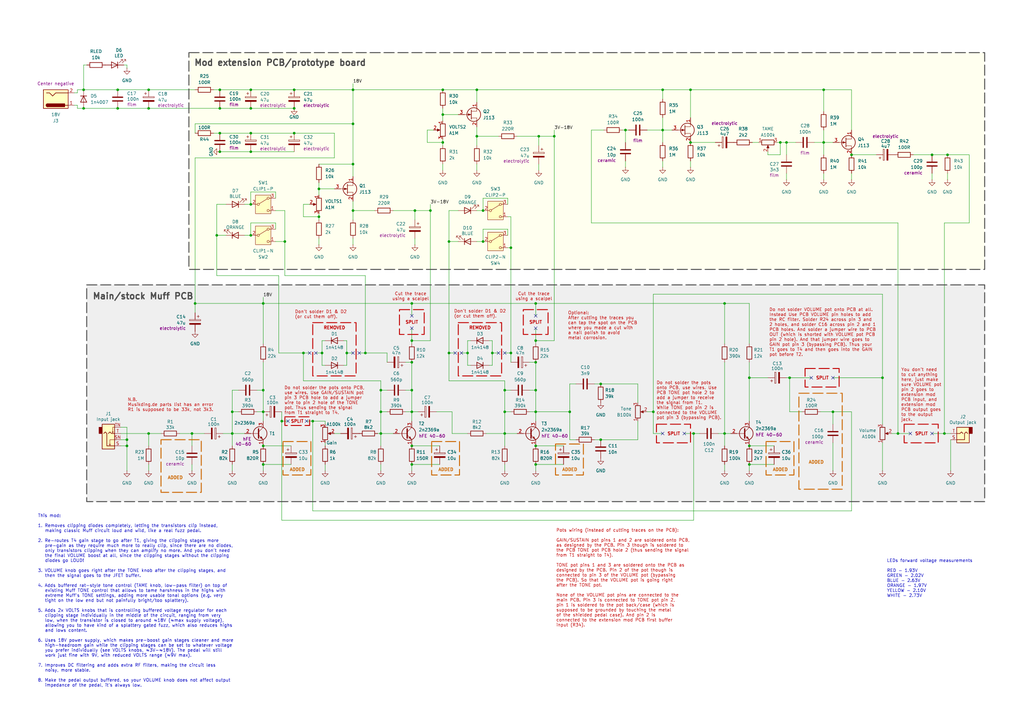
<source format=kicad_sch>
(kicad_sch (version 20250114) (generator "eeschema") (generator_version "9.0")
  (paper "A3")
  (title_block (title "Wenzel’s Real Fuzz mod for classic Muff circuit") (date "February 2026") (rev "r2-wip-1") (comment 1 "https://www.musikding.de/Der-Muff-Triangle-Distortion-kit") (comment 2 "Main Muff schematic is based on Musikding.de Muff DIY kit layout.") (comment 3 "but you can use whatever Muff variant you prefer.") (comment 4 "In the schematic stock parts for Muff circuit are the TRIANGLE one"))
  (rectangle (start 269.24 173.99) (end 283.21 181.61) (stroke (width 0.381) (type dash) (color 194 0 0 1)))
  (rectangle (start 35.56 116.84) (end 403.86 205.74) (stroke (width 0.381) (type dash) (color 72 72 72 1)) (fill (type color) (color 194 194 194 0.25)))
  (rectangle (start 128.27 132.334) (end 146.05 154.178) (stroke (width 0.381) (type dash) (color 194 0 0 1)))
  (rectangle (start 163.83 127) (end 173.99 137.16) (stroke (width 0.381) (type dash) (color 194 0 0 1)))
  (rectangle (start 327.66 161.29) (end 345.44 200.66) (stroke (width 0.381) (type dash) (color 204 102 0 1)))
  (rectangle (start 330.2 151.13) (end 344.17 158.75) (stroke (width 0.381) (type dash) (color 194 0 0 1)))
  (rectangle (start 66.04 180.34) (end 82.55 201.93) (stroke (width 0.381) (type dash) (color 204 102 0 1)))
  (rectangle (start 116.078 181.102) (end 127.508 194.818) (stroke (width 0.381) (type dash) (color 204 102 0 1)))
  (rectangle (start 116.84 170.942) (end 127 174.498) (stroke (width 0.381) (type dash) (color 194 0 0 1)))
  (rectangle (start 227.838 182.118) (end 239.268 194.818) (stroke (width 0.381) (type dash) (color 204 102 0 1)))
  (rectangle (start 77.47 21.59) (end 403.86 110.49) (stroke (width 0.381) (type dash) (color 72 72 72 1)) (fill (type color) (color 255 255 194 0.25)))
  (rectangle (start 214.63 127) (end 224.79 137.16) (stroke (width 0.381) (type dash) (color 194 0 0 1)))
  (rectangle (start 187.96 132.334) (end 205.74 154.178) (stroke (width 0.381) (type dash) (color 194 0 0 1)))
  (rectangle (start 314.198 181.102) (end 325.628 194.818) (stroke (width 0.381) (type dash) (color 204 102 0 1)))
  (rectangle (start 370.84 173.99) (end 384.81 181.61) (stroke (width 0.381) (type dash) (color 194 0 0 1)))
  (rectangle (start 177.038 181.102) (end 188.468 194.818) (stroke (width 0.381) (type dash) (color 204 102 0 1)))
  (text "SPLIT" (at 121.92 172.974 0) (effects (font (size 1.27 1.27) (thickness 0.254) (bold yes))))
  (text "SPLIT" (at 377.952 178.054 0) (effects (font (size 1.27 1.27) (thickness 0.254) (bold yes))))
  (text "Cut the trace\nusing a scalpel" (at 168.402 123.444 0) (effects (font (size 1.27 1.27)) (justify bottom)))
  (text "Don’t solder D1 & D2\n(or cut them off)." (at 120.904 130.81 0) (effects (font (size 1.27 1.27)) (justify left bottom)))
  (text "SPLIT" (at 337.312 155.194 0) (effects (font (size 1.27 1.27) (thickness 0.254) (bold yes))))
  (text "Do not solder the pots\nonto PCB, use wires. Use\nPCB TONE pot hole 2 to\nadd a jumper to receive\nthe signal from T1. \nWhile TONE pot pin 2 is\nconnected to the VOLUME\npot pin 3 (bypassing PCB)." (at 269.24 172.212 0) (effects (font (size 1.27 1.27)) (justify left bottom)))
  (text "ADDED" (at 320.04 192.786 0) (effects (font (size 1.27 1.27) (thickness 0.254) (bold yes))))
  (text "ADDED" (at 121.92 192.786 0) (effects (font (size 1.27 1.27) (thickness 0.254) (bold yes))))
  (text "SPLIT" (at 276.352 178.054 0) (effects (font (size 1.27 1.27) (thickness 0.254) (bold yes))))
  (text "ADDED" (at 71.882 196.088 0) (effects (font (size 1.27 1.27) (thickness 0.254) (bold yes))))
  (text "REMOVED" (at 196.85 134.62 0) (effects (font (size 1.27 1.27) (thickness 0.254) (bold yes))))
  (text "SPLIT" (at 219.71 132.334 0) (effects (font (size 1.27 1.27) (thickness 0.254) (bold yes))))
  (text "This mod:\n\n1. Removes clipping diodes completely, letting the transistors clip instead,\n   making classic Muff circuit loud and wild, like a real fuzz pedal.\n\n2. Re-routes T4 gain stage to go after T1, giving the clipping stages more\n   pre-gain as they require much more to really clip, since there are no diodes,\n   only transistors clipping when they can amplify no more. And you don't need\n   the final VOLUME boost at all, since the clipping stages without the clipping\n   diodes go LOUD!\n\n3. VOLUME knob goes right after the TONE knob after the clipping stages, and\n   then the signal goes to the JFET buffer.\n\n4. Adds buffered rat-style tone control (TAME knob, low-pass filter) on top of\n   existing Muff TONE control that allows to tame harshness in the highs with\n   extreme Muff's TONE settings, adding more usable tonal options (e.g. very\n   tight on the low end but not painfully bright/too splattery).\n\n5. Adds 2x VOLTS knobs that is controlling buffered voltage regulator for each\n   clipping stage individually in the middle of the circuit, ranging from very\n   low, when the transistor is closed to around ≈18V (≈max supply voltage),\n   allowing you to have kind of a splattery gated fuzz, which also reduces highs\n   and lows content.\n\n6. Uses 18V power supply, which makes pre-boost gain stages cleaner and more\n   high-headroom gain while the clipping stages can be set to whatever voltage\n   you prefer individually (see VOLTS knobs, ≈3V-≈18V). The pedal will still\n   work just fine with 9V, with reduced VOLTS range (≈9V max).\n\n7. Improves DC filtering and adds extra RF filters, making the circuit less\n   noisy, more stable.\n\n8. Make the pedal output buffered, so your VOLUME knob does not affect output\n   impedance of the pedal, it's always low." (at 15.494 281.94 0) (effects (font (size 1.27 1.27)) (justify left bottom)))
  (text "ADDED" (at 233.68 192.786 0) (effects (font (size 1.27 1.27) (thickness 0.254) (bold yes))))
  (text "REMOVED" (at 137.16 134.62 0) (effects (font (size 1.27 1.27) (thickness 0.254) (bold yes))))
  (text "N.B.\nMusikding.de parts list has an error\nR1 is supposed to be 33k, not 3k3." (at 52.324 168.91 0) (effects (font (size 1.27 1.27)) (justify left bottom)))
  (text "ADDED" (at 334.772 189.738 0) (effects (font (size 1.27 1.27) (thickness 0.254) (bold yes))))
  (text "SPLIT" (at 168.91 132.334 0) (effects (font (size 1.27 1.27) (thickness 0.254) (bold yes))))
  (text "Cut the trace\nusing a scalpel" (at 218.948 123.444 0) (effects (font (size 1.27 1.27)) (justify bottom)))
  (text "Do not solder the pots onto PCB,\nuse wires. Use GAIN/SUSTAIN pot\npin 3 PCB hole to add a jumper\nwire to pin 2 hole of the TONE\npot. Thus sending the signal\nfrom T1 straight to T4." (at 116.586 170.18 0) (effects (font (size 1.27 1.27)) (justify left bottom)))
  (text "Do not solder VOLUME pot onto PCB at all.\nInstead Use PCB VOLUME pin holes to add\nthe RC filter. Solder R24 across pin 3 and\n2 holes, and solder C16 across pin 2 and 1\nPCB holes. And solder a jumper wire to PCB\nOUT (which is shorted with VOLUME pot PCB\npin 2 hole). And that jumper wire goes to\nGAIN pot pin 3 (bypassing PCB). Thus your\nT1 goes to T4 and then goes into the GAIN\npot before T2." (at 315.468 146.304 0) (effects (font (size 1.27 1.27)) (justify left bottom)))
  (text "Don’t solder D1 & D2\n(or cut them off)." (at 186.182 130.556 0) (effects (font (size 1.27 1.27)) (justify left bottom)))
  (text "Main/stock Muff PCB" (at 58.674 121.666 0) (effects (font (size 2.54 2.54) (thickness 0.508) (bold yes))))
  (text "You don’t need\nto cut anything\nhere, just make\nsure VOLUME pot\npin 2 goes to\nextension mod\nPCB input, and\nextension mod\nPCB output goes\nto the output\njack." (at 369.57 172.974 0) (effects (font (size 1.27 1.27)) (justify left bottom)))
  (text "ADDED" (at 182.88 192.786 0) (effects (font (size 1.27 1.27) (thickness 0.254) (bold yes))))
  (text "LEDs forward voltage measurements\n\nRED - 1.93V\nGREEN - 2.02V\nBLUE - 2.63V\nORANGE - 1.97V\nYELLOW - 2.10V\nWHITE - 2.73V" (at 363.728 229.362 0) (effects (font (size 1.27 1.27)) (justify left top)))
  (text "Optional:\nAfter cutting the traces you\ncan tap the spot on the PCB\nwhere you made a cut with\na nail polish to avoid\nmetal corrosion." (at 232.918 139.446 0) (effects (font (size 1.27 1.27)) (justify left bottom)))
  (text "Pots wiring (instead of cutting traces on the PCB):\n\nGAIN/SUSTAIN pot pins 1 and 2 are soldered onto PCB,\nas designed by the PCB. Pin 3 though is soldered to\nthe PCB TONE pot PCB hole 2 (thus sending the signal\nfrom T1 straight to T4).\n\nTONE pot pins 1 and 3 are soldered onto the PCB as\ndesigned by the PCB. Pin 2 of the pot though is\nconnected to pin 3 of the VOLUME pot (bypassing\nthe PCB). So that the VOLUME pot is going right\nafter the TONE pot.\n\nNone of the VOLUME pot pins are connected to the\nmain PCB. Pin 3 is connected to TONE pot pin 2,\npin 1 is soldered to the pot back/case (which is\nsupposed to be grounded by touching the metal\nof the shielded pedal case). And pin 2 is\nconnected to the extension mod PCB first buffer\ninput (R34)." (at 228.092 216.916 0) (effects (font (size 1.27 1.27)) (justify left top)))
  (text "Mod extension PCB/prototype board" (at 79.502 25.908 0) (effects (font (size 2.54 2.54) (thickness 0.508) (bold yes)) (justify left)))
  (junction (at 168.91 139.7))
  (junction (at 60.96 36.83))
  (junction (at 337.82 58.42))
  (junction (at 246.38 157.48))
  (junction (at 207.01 160.02))
  (junction (at 102.87 62.23))
  (junction (at 307.34 190.5))
  (junction (at 181.61 36.83))
  (junction (at 337.82 36.83))
  (junction (at 144.78 36.83))
  (junction (at 107.95 190.5))
  (junction (at 271.78 36.83))
  (junction (at 116.84 99.06))
  (junction (at 168.91 148.59))
  (junction (at 388.62 63.5))
  (junction (at 156.21 168.91))
  (junction (at 219.71 182.88))
  (junction (at 90.17 62.23))
  (junction (at 271.78 53.34))
  (junction (at 219.71 190.5))
  (junction (at 195.58 36.83))
  (junction (at 349.25 63.5))
  (junction (at 195.58 55.88))
  (junction (at 219.71 124.46))
  (junction (at 246.38 180.34))
  (junction (at 181.61 58.42))
  (junction (at 256.54 53.34))
  (junction (at 184.15 144.78))
  (junction (at 102.87 96.52))
  (junction (at 209.55 144.78))
  (junction (at 297.18 177.8))
  (junction (at 90.17 36.83))
  (junction (at 191.77 144.78))
  (junction (at 168.91 182.88))
  (junction (at 219.71 168.91))
  (junction (at 307.34 182.88))
  (junction (at 130.81 88.9))
  (junction (at 34.29 44.45))
  (junction (at 368.3 177.8))
  (junction (at 90.17 44.45))
  (junction (at 78.74 177.8))
  (junction (at 102.87 54.61))
  (junction (at 107.95 182.88))
  (junction (at 219.71 148.59))
  (junction (at 382.27 63.5))
  (junction (at 52.07 182.88))
  (junction (at 168.91 190.5))
  (junction (at 80.01 124.46))
  (junction (at 48.26 36.83))
  (junction (at 387.35 177.8))
  (junction (at 132.08 144.78))
  (junction (at 60.96 177.8))
  (junction (at 52.07 180.34))
  (junction (at 267.97 168.91))
  (junction (at 34.29 36.83))
  (junction (at 168.91 124.46))
  (junction (at 102.87 36.83))
  (junction (at 168.91 168.91))
  (junction (at 88.9 96.52))
  (junction (at 120.65 36.83))
  (junction (at 181.61 46.99))
  (junction (at 144.78 86.36))
  (junction (at 220.98 55.88))
  (junction (at 142.24 144.78))
  (junction (at 361.95 154.94))
  (junction (at 297.18 124.46))
  (junction (at 207.01 177.8))
  (junction (at 233.68 168.91))
  (junction (at 284.48 177.8))
  (junction (at 107.95 168.91))
  (junction (at 102.87 83.82))
  (junction (at 60.96 44.45))
  (junction (at 198.12 99.06))
  (junction (at 95.25 168.91))
  (junction (at 209.55 101.6))
  (junction (at 130.81 77.47))
  (junction (at 207.01 168.91))
  (junction (at 168.91 160.02))
  (junction (at 124.46 144.78))
  (junction (at 149.86 144.78))
  (junction (at 90.17 54.61))
  (junction (at 48.26 44.45))
  (junction (at 201.93 144.78))
  (junction (at 102.87 44.45))
  (junction (at 170.18 86.36))
  (junction (at 107.95 124.46))
  (junction (at 184.15 99.06))
  (junction (at 115.57 172.72))
  (junction (at 95.25 177.8))
  (junction (at 128.27 172.72))
  (junction (at 283.21 36.83))
  (junction (at 219.71 160.02))
  (junction (at 283.21 58.42))
  (junction (at 120.65 44.45))
  (junction (at 176.53 86.36))
  (junction (at 322.58 58.42))
  (junction (at 320.04 58.42))
  (junction (at 107.95 160.02))
  (junction (at 120.65 54.61))
  (junction (at 323.85 154.94))
  (junction (at 307.34 154.94))
  (junction (at 198.12 86.36))
  (junction (at 156.21 177.8))
  (junction (at 144.78 67.31))
  (junction (at 341.63 168.91))
  (junction (at 219.71 139.7))
  (junction (at 227.33 55.88))
  (junction (at 156.21 160.02))
  (junction (at 144.78 50.8))
  (no_connect (at 219.71 129.54))
  (no_connect (at 382.27 177.8))
  (no_connect (at 125.73 172.72))
  (no_connect (at 147.32 144.78))
  (no_connect (at 207.01 144.78))
  (no_connect (at 280.67 177.8))
  (no_connect (at 332.74 154.94))
  (no_connect (at 373.38 177.8))
  (no_connect (at 144.78 144.78))
  (no_connect (at 129.54 144.78))
  (no_connect (at 219.71 134.62))
  (no_connect (at 118.11 172.72))
  (no_connect (at 204.47 144.78))
  (no_connect (at 341.63 154.94))
  (no_connect (at 186.69 144.78))
  (no_connect (at 168.91 134.62))
  (no_connect (at 189.23 144.78))
  (no_connect (at 127 144.78))
  (no_connect (at 168.91 129.54))
  (no_connect (at 271.78 177.8))
  (wire (pts (xy 166.37 160.02) (xy 168.91 160.02)))
  (wire (pts (xy 48.26 36.83) (xy 60.96 36.83)))
  (wire (pts (xy 184.15 144.78) (xy 186.69 144.78)))
  (wire (pts (xy 261.62 180.34) (xy 246.38 180.34)))
  (wire (pts (xy 105.41 168.91) (xy 107.95 168.91)))
  (wire (pts (xy 247.65 53.34) (xy 242.57 53.34)))
  (wire (pts (xy 297.18 177.8) (xy 297.18 182.88)))
  (wire (pts (xy 176.53 83.82) (xy 176.53 86.36)))
  (wire (pts (xy 168.91 124.46) (xy 219.71 124.46)))
  (wire (pts (xy 307.34 124.46) (xy 297.18 124.46)))
  (wire (pts (xy 156.21 156.21) (xy 156.21 160.02)))
  (wire (pts (xy 195.58 52.07) (xy 195.58 55.88)))
  (wire (pts (xy 201.93 149.86) (xy 200.66 149.86)))
  (wire (pts (xy 49.53 182.88) (xy 52.07 182.88)))
  (wire (pts (xy 337.82 36.83) (xy 337.82 45.72)))
  (wire (pts (xy 107.95 182.88) (xy 119.38 182.88)))
  (wire (pts (xy 209.55 144.78) (xy 207.01 144.78)))
  (wire (pts (xy 176.53 139.7) (xy 168.91 139.7)))
  (wire (pts (xy 209.55 88.9) (xy 209.55 101.6)))
  (wire (pts (xy 80.01 64.77) (xy 137.16 64.77)))
  (wire (pts (xy 271.78 36.83) (xy 283.21 36.83)))
  (wire (pts (xy 284.48 177.8) (xy 284.48 213.36)))
  (wire (pts (xy 195.58 41.91) (xy 195.58 36.83)))
  (wire (pts (xy 181.61 36.83) (xy 195.58 36.83)))
  (wire (pts (xy 130.81 87.63) (xy 130.81 88.9)))
  (wire (pts (xy 168.91 168.91) (xy 171.45 168.91)))
  (wire (pts (xy 140.97 139.7) (xy 142.24 139.7)))
  (wire (pts (xy 209.55 168.91) (xy 207.01 168.91)))
  (wire (pts (xy 52.07 182.88) (xy 52.07 180.34)))
  (wire (pts (xy 88.9 96.52) (xy 88.9 113.03)))
  (wire (pts (xy 144.78 36.83) (xy 144.78 50.8)))
  (wire (pts (xy 52.07 175.26) (xy 52.07 180.34)))
  (wire (pts (xy 255.27 53.34) (xy 256.54 53.34)))
  (wire (pts (xy 49.53 180.34) (xy 52.07 180.34)))
  (wire (pts (xy 233.68 168.91) (xy 233.68 180.34)))
  (wire (pts (xy 137.16 54.61) (xy 137.16 64.77)))
  (wire (pts (xy 201.93 144.78) (xy 201.93 149.86)))
  (wire (pts (xy 323.85 154.94) (xy 323.85 168.91)))
  (wire (pts (xy 341.63 168.91) (xy 349.25 168.91)))
  (wire (pts (xy 31.75 38.1) (xy 31.75 36.83)))
  (wire (pts (xy 30.48 43.18) (xy 31.75 43.18)))
  (wire (pts (xy 297.18 124.46) (xy 297.18 140.97)))
  (wire (pts (xy 144.78 82.55) (xy 144.78 86.36)))
  (wire (pts (xy 284.48 213.36) (xy 115.57 213.36)))
  (wire (pts (xy 34.29 44.45) (xy 48.26 44.45)))
  (wire (pts (xy 107.95 148.59) (xy 107.95 160.02)))
  (wire (pts (xy 189.23 144.78) (xy 191.77 144.78)))
  (wire (pts (xy 132.08 144.78) (xy 132.08 139.7)))
  (wire (pts (xy 90.17 44.45) (xy 102.87 44.45)))
  (wire (pts (xy 267.97 168.91) (xy 267.97 177.8)))
  (wire (pts (xy 322.58 71.12) (xy 322.58 73.66)))
  (wire (pts (xy 158.75 144.78) (xy 149.86 144.78)))
  (wire (pts (xy 323.85 168.91) (xy 328.93 168.91)))
  (wire (pts (xy 349.25 168.91) (xy 349.25 209.55)))
  (wire (pts (xy 49.53 175.26) (xy 52.07 175.26)))
  (wire (pts (xy 60.96 177.8) (xy 66.04 177.8)))
  (wire (pts (xy 129.54 144.78) (xy 132.08 144.78)))
  (wire (pts (xy 107.95 124.46) (xy 168.91 124.46)))
  (wire (pts (xy 261.62 165.1) (xy 261.62 157.48)))
  (wire (pts (xy 320.04 58.42) (xy 318.77 58.42)))
  (wire (pts (xy 130.81 77.47) (xy 130.81 80.01)))
  (wire (pts (xy 219.71 190.5) (xy 219.71 193.04)))
  (wire (pts (xy 102.87 54.61) (xy 120.65 54.61)))
  (wire (pts (xy 271.78 48.26) (xy 271.78 53.34)))
  (wire (pts (xy 242.57 91.44) (xy 368.3 91.44)))
  (wire (pts (xy 115.57 172.72) (xy 118.11 172.72)))
  (wire (pts (xy 219.71 182.88) (xy 231.14 182.88)))
  (wire (pts (xy 156.21 160.02) (xy 156.21 168.91)))
  (wire (pts (xy 120.65 54.61) (xy 137.16 54.61)))
  (wire (pts (xy 80.01 124.46) (xy 80.01 128.27)))
  (wire (pts (xy 181.61 44.45) (xy 181.61 46.99)))
  (wire (pts (xy 95.25 168.91) (xy 95.25 177.8)))
  (wire (pts (xy 184.15 156.21) (xy 184.15 144.78)))
  (wire (pts (xy 97.79 160.02) (xy 95.25 160.02)))
  (wire (pts (xy 195.58 99.06) (xy 198.12 99.06)))
  (wire (pts (xy 280.67 177.8) (xy 284.48 177.8)))
  (wire (pts (xy 242.57 53.34) (xy 242.57 91.44)))
  (wire (pts (xy 115.57 213.36) (xy 115.57 172.72)))
  (wire (pts (xy 34.29 36.83) (xy 48.26 36.83)))
  (wire (pts (xy 181.61 57.15) (xy 181.61 58.42)))
  (wire (pts (xy 177.8 53.34) (xy 175.26 53.34)))
  (wire (pts (xy 90.17 62.23) (xy 102.87 62.23)))
  (wire (pts (xy 314.96 63.5) (xy 314.96 62.23)))
  (wire (pts (xy 149.86 113.03) (xy 116.84 113.03)))
  (wire (pts (xy 124.46 144.78) (xy 127 144.78)))
  (wire (pts (xy 243.84 180.34) (xy 246.38 180.34)))
  (wire (pts (xy 48.26 44.45) (xy 60.96 44.45)))
  (wire (pts (xy 52.07 26.67) (xy 52.07 27.94)))
  (wire (pts (xy 168.91 190.5) (xy 168.91 193.04)))
  (wire (pts (xy 397.51 91.44) (xy 387.35 91.44)))
  (wire (pts (xy 184.15 86.36) (xy 184.15 99.06)))
  (wire (pts (xy 181.61 46.99) (xy 187.96 46.99)))
  (wire (pts (xy 207.01 190.5) (xy 207.01 193.04)))
  (wire (pts (xy 158.75 148.59) (xy 158.75 144.78)))
  (wire (pts (xy 100.33 83.82) (xy 102.87 83.82)))
  (wire (pts (xy 116.84 99.06) (xy 113.03 99.06)))
  (wire (pts (xy 175.26 53.34) (xy 175.26 58.42)))
  (wire (pts (xy 90.17 36.83) (xy 102.87 36.83)))
  (wire (pts (xy 31.75 44.45) (xy 34.29 44.45)))
  (wire (pts (xy 168.91 134.62) (xy 168.91 139.7)))
  (wire (pts (xy 388.62 63.5) (xy 397.51 63.5)))
  (wire (pts (xy 219.71 139.7) (xy 219.71 140.97)))
  (wire (pts (xy 124.46 83.82) (xy 124.46 88.9)))
  (wire (pts (xy 130.81 77.47) (xy 137.16 77.47)))
  (wire (pts (xy 209.55 101.6) (xy 208.28 101.6)))
  (wire (pts (xy 195.58 67.31) (xy 195.58 69.85)))
  (wire (pts (xy 52.07 182.88) (xy 52.07 193.04)))
  (wire (pts (xy 267.97 120.65) (xy 267.97 168.91)))
  (wire (pts (xy 90.17 54.61) (xy 102.87 54.61)))
  (wire (pts (xy 113.03 78.74) (xy 102.87 78.74)))
  (wire (pts (xy 227.33 139.7) (xy 227.33 55.88)))
  (wire (pts (xy 133.35 181.61) (xy 133.35 182.88)))
  (wire (pts (xy 107.95 121.92) (xy 107.95 124.46)))
  (wire (pts (xy 219.71 139.7) (xy 227.33 139.7)))
  (wire (pts (xy 181.61 36.83) (xy 144.78 36.83)))
  (wire (pts (xy 200.66 139.7) (xy 201.93 139.7)))
  (wire (pts (xy 144.78 34.29) (xy 144.78 36.83)))
  (wire (pts (xy 219.71 190.5) (xy 231.14 190.5)))
  (wire (pts (xy 102.87 78.74) (xy 102.87 83.82)))
  (wire (pts (xy 132.08 149.86) (xy 132.08 144.78)))
  (wire (pts (xy 113.03 93.98) (xy 113.03 91.44)))
  (wire (pts (xy 60.96 190.5) (xy 60.96 193.04)))
  (wire (pts (xy 156.21 190.5) (xy 156.21 193.04)))
  (wire (pts (xy 307.34 154.94) (xy 307.34 172.72)))
  (wire (pts (xy 130.81 88.9) (xy 130.81 90.17)))
  (wire (pts (xy 133.35 172.72) (xy 133.35 173.99)))
  (wire (pts (xy 187.96 86.36) (xy 184.15 86.36)))
  (wire (pts (xy 34.29 26.67) (xy 34.29 36.83)))
  (wire (pts (xy 60.96 44.45) (xy 90.17 44.45)))
  (wire (pts (xy 78.74 177.8) (xy 78.74 182.88)))
  (wire (pts (xy 113.03 86.36) (xy 116.84 86.36)))
  (wire (pts (xy 144.78 67.31) (xy 130.81 67.31)))
  (wire (pts (xy 191.77 139.7) (xy 193.04 139.7)))
  (wire (pts (xy 382.27 63.5) (xy 388.62 63.5)))
  (wire (pts (xy 168.91 190.5) (xy 180.34 190.5)))
  (wire (pts (xy 297.18 190.5) (xy 297.18 193.04)))
  (wire (pts (xy 283.21 58.42) (xy 293.37 58.42)))
  (wire (pts (xy 91.44 177.8) (xy 95.25 177.8)))
  (wire (pts (xy 219.71 134.62) (xy 219.71 139.7)))
  (wire (pts (xy 217.17 160.02) (xy 219.71 160.02)))
  (wire (pts (xy 185.42 177.8) (xy 191.77 177.8)))
  (wire (pts (xy 170.18 97.79) (xy 170.18 100.33)))
  (wire (pts (xy 256.54 66.04) (xy 256.54 68.58)))
  (wire (pts (xy 387.35 91.44) (xy 387.35 177.8)))
  (wire (pts (xy 149.86 144.78) (xy 147.32 144.78)))
  (wire (pts (xy 307.34 190.5) (xy 307.34 193.04)))
  (wire (pts (xy 102.87 62.23) (xy 120.65 62.23)))
  (wire (pts (xy 130.81 97.79) (xy 130.81 100.33)))
  (wire (pts (xy 374.65 63.5) (xy 382.27 63.5)))
  (wire (pts (xy 271.78 53.34) (xy 275.59 53.34)))
  (wire (pts (xy 127 83.82) (xy 124.46 83.82)))
  (wire (pts (xy 156.21 168.91) (xy 156.21 177.8)))
  (wire (pts (xy 323.85 154.94) (xy 332.74 154.94)))
  (wire (pts (xy 283.21 48.26) (xy 283.21 36.83)))
  (wire (pts (xy 102.87 91.44) (xy 102.87 96.52)))
  (wire (pts (xy 100.33 96.52) (xy 102.87 96.52)))
  (wire (pts (xy 207.01 156.21) (xy 207.01 160.02)))
  (wire (pts (xy 128.27 172.72) (xy 133.35 172.72)))
  (wire (pts (xy 308.61 58.42) (xy 311.15 58.42)))
  (wire (pts (xy 102.87 36.83) (xy 120.65 36.83)))
  (wire (pts (xy 389.89 180.34) (xy 389.89 193.04)))
  (wire (pts (xy 88.9 83.82) (xy 88.9 96.52)))
  (wire (pts (xy 154.94 177.8) (xy 156.21 177.8)))
  (wire (pts (xy 207.01 177.8) (xy 212.09 177.8)))
  (wire (pts (xy 191.77 144.78) (xy 191.77 139.7)))
  (wire (pts (xy 284.48 177.8) (xy 287.02 177.8)))
  (wire (pts (xy 124.46 156.21) (xy 124.46 144.78)))
  (wire (pts (xy 116.84 113.03) (xy 116.84 99.06)))
  (wire (pts (xy 265.43 53.34) (xy 271.78 53.34)))
  (wire (pts (xy 80.01 64.77) (xy 80.01 124.46)))
  (wire (pts (xy 184.15 99.06) (xy 184.15 144.78)))
  (wire (pts (xy 382.27 71.12) (xy 382.27 73.66)))
  (wire (pts (xy 336.55 168.91) (xy 341.63 168.91)))
  (wire (pts (xy 271.78 66.04) (xy 271.78 68.58)))
  (wire (pts (xy 142.24 149.86) (xy 140.97 149.86)))
  (wire (pts (xy 176.53 86.36) (xy 176.53 139.7)))
  (wire (pts (xy 97.79 168.91) (xy 95.25 168.91)))
  (wire (pts (xy 349.25 71.12) (xy 349.25 73.66)))
  (wire (pts (xy 199.39 177.8) (xy 207.01 177.8)))
  (wire (pts (xy 261.62 157.48) (xy 246.38 157.48)))
  (wire (pts (xy 179.07 168.91) (xy 185.42 168.91)))
  (wire (pts (xy 341.63 154.94) (xy 361.95 154.94)))
  (wire (pts (xy 158.75 168.91) (xy 156.21 168.91)))
  (wire (pts (xy 307.34 148.59) (xy 307.34 154.94)))
  (wire (pts (xy 168.91 168.91) (xy 168.91 172.72)))
  (wire (pts (xy 208.28 88.9) (xy 209.55 88.9)))
  (wire (pts (xy 184.15 99.06) (xy 187.96 99.06)))
  (wire (pts (xy 133.35 149.86) (xy 132.08 149.86)))
  (wire (pts (xy 209.55 101.6) (xy 209.55 144.78)))
  (wire (pts (xy 195.58 86.36) (xy 198.12 86.36)))
  (wire (pts (xy 175.26 58.42) (xy 181.61 58.42)))
  (wire (pts (xy 382.27 177.8) (xy 387.35 177.8)))
  (wire (pts (xy 193.04 149.86) (xy 191.77 149.86)))
  (wire (pts (xy 322.58 58.42) (xy 326.39 58.42)))
  (wire (pts (xy 337.82 58.42) (xy 337.82 63.5)))
  (wire (pts (xy 144.78 86.36) (xy 144.78 90.17)))
  (wire (pts (xy 49.53 177.8) (xy 60.96 177.8)))
  (wire (pts (xy 207.01 160.02) (xy 207.01 168.91)))
  (wire (pts (xy 209.55 148.59) (xy 209.55 144.78)))
  (wire (pts (xy 220.98 59.69) (xy 220.98 55.88)))
  (wire (pts (xy 124.46 88.9) (xy 130.81 88.9)))
  (wire (pts (xy 80.01 124.46) (xy 107.95 124.46)))
  (wire (pts (xy 73.66 177.8) (xy 78.74 177.8)))
  (wire (pts (xy 208.28 96.52) (xy 208.28 93.98)))
  (wire (pts (xy 107.95 160.02) (xy 107.95 168.91)))
  (wire (pts (xy 195.58 55.88) (xy 195.58 59.69)))
  (wire (pts (xy 307.34 140.97) (xy 307.34 124.46)))
  (wire (pts (xy 271.78 53.34) (xy 271.78 58.42)))
  (wire (pts (xy 35.56 26.67) (xy 34.29 26.67)))
  (wire (pts (xy 349.25 209.55) (xy 128.27 209.55)))
  (wire (pts (xy 322.58 58.42) (xy 320.04 58.42)))
  (wire (pts (xy 128.27 209.55) (xy 128.27 172.72)))
  (wire (pts (xy 217.17 148.59) (xy 219.71 148.59)))
  (wire (pts (xy 191.77 149.86) (xy 191.77 144.78)))
  (wire (pts (xy 31.75 43.18) (xy 31.75 44.45)))
  (wire (pts (xy 170.18 86.36) (xy 176.53 86.36)))
  (wire (pts (xy 105.41 160.02) (xy 107.95 160.02)))
  (wire (pts (xy 236.22 157.48) (xy 233.68 157.48)))
  (wire (pts (xy 368.3 91.44) (xy 368.3 177.8)))
  (wire (pts (xy 388.62 71.12) (xy 388.62 73.66)))
  (wire (pts (xy 107.95 168.91) (xy 107.95 172.72)))
  (wire (pts (xy 243.84 157.48) (xy 246.38 157.48)))
  (wire (pts (xy 198.12 81.28) (xy 198.12 86.36)))
  (wire (pts (xy 341.63 168.91) (xy 341.63 173.99)))
  (wire (pts (xy 397.51 63.5) (xy 397.51 91.44)))
  (wire (pts (xy 271.78 36.83) (xy 271.78 40.64)))
  (wire (pts (xy 337.82 36.83) (xy 283.21 36.83)))
  (wire (pts (xy 314.96 154.94) (xy 307.34 154.94)))
  (wire (pts (xy 337.82 71.12) (xy 337.82 73.66)))
  (wire (pts (xy 320.04 63.5) (xy 320.04 58.42)))
  (wire (pts (xy 168.91 139.7) (xy 168.91 140.97)))
  (wire (pts (xy 208.28 81.28) (xy 198.12 81.28)))
  (wire (pts (xy 113.03 81.28) (xy 113.03 78.74)))
  (wire (pts (xy 387.35 177.8) (xy 389.89 177.8)))
  (wire (pts (xy 116.84 86.36) (xy 116.84 99.06)))
  (wire (pts (xy 132.08 139.7) (xy 133.35 139.7)))
  (wire (pts (xy 95.25 160.02) (xy 95.25 168.91)))
  (wire (pts (xy 307.34 182.88) (xy 317.5 182.88)))
  (wire (pts (xy 208.28 83.82) (xy 208.28 81.28)))
  (wire (pts (xy 267.97 120.65) (xy 361.95 120.65)))
  (wire (pts (xy 30.48 38.1) (xy 31.75 38.1)))
  (wire (pts (xy 144.78 72.39) (xy 144.78 67.31)))
  (wire (pts (xy 92.71 83.82) (xy 88.9 83.82)))
  (wire (pts (xy 220.98 67.31) (xy 220.98 69.85)))
  (wire (pts (xy 195.58 36.83) (xy 271.78 36.83)))
  (wire (pts (xy 149.86 144.78) (xy 149.86 113.03)))
  (wire (pts (xy 207.01 168.91) (xy 207.01 177.8)))
  (wire (pts (xy 113.03 91.44) (xy 102.87 91.44)))
  (wire (pts (xy 294.64 177.8) (xy 297.18 177.8)))
  (wire (pts (xy 161.29 86.36) (xy 170.18 86.36)))
  (wire (pts (xy 156.21 177.8) (xy 161.29 177.8)))
  (wire (pts (xy 78.74 177.8) (xy 83.82 177.8)))
  (wire (pts (xy 144.78 97.79) (xy 144.78 100.33)))
  (wire (pts (xy 349.25 36.83) (xy 349.25 53.34)))
  (wire (pts (xy 88.9 113.03) (xy 114.3 113.03)))
  (wire (pts (xy 212.09 55.88) (xy 220.98 55.88)))
  (wire (pts (xy 156.21 156.21) (xy 124.46 156.21)))
  (wire (pts (xy 337.82 53.34) (xy 337.82 58.42)))
  (wire (pts (xy 219.71 168.91) (xy 219.71 172.72)))
  (wire (pts (xy 156.21 177.8) (xy 156.21 182.88)))
  (wire (pts (xy 265.43 168.91) (xy 267.97 168.91)))
  (wire (pts (xy 209.55 160.02) (xy 207.01 160.02)))
  (wire (pts (xy 227.33 55.88) (xy 220.98 55.88)))
  (wire (pts (xy 201.93 139.7) (xy 201.93 144.78)))
  (wire (pts (xy 323.85 154.94) (xy 322.58 154.94)))
  (wire (pts (xy 219.71 160.02) (xy 219.71 168.91)))
  (wire (pts (xy 227.33 53.34) (xy 227.33 55.88)))
  (wire (pts (xy 261.62 172.72) (xy 261.62 180.34)))
  (wire (pts (xy 361.95 181.61) (xy 361.95 193.04)))
  (wire (pts (xy 198.12 93.98) (xy 198.12 99.06)))
  (wire (pts (xy 95.25 190.5) (xy 95.25 193.04)))
  (wire (pts (xy 52.07 26.67) (xy 50.8 26.67)))
  (wire (pts (xy 219.71 168.91) (xy 233.68 168.91)))
  (wire (pts (xy 60.96 182.88) (xy 60.96 177.8)))
  (wire (pts (xy 107.95 190.5) (xy 119.38 190.5)))
  (wire (pts (xy 314.96 63.5) (xy 320.04 63.5)))
  (wire (pts (xy 133.35 190.5) (xy 133.35 193.04)))
  (wire (pts (xy 120.65 36.83) (xy 144.78 36.83)))
  (wire (pts (xy 361.95 120.65) (xy 361.95 154.94)))
  (wire (pts (xy 125.73 172.72) (xy 128.27 172.72)))
  (wire (pts (xy 170.18 90.17) (xy 170.18 86.36)))
  (wire (pts (xy 217.17 168.91) (xy 219.71 168.91)))
  (wire (pts (xy 322.58 63.5) (xy 322.58 58.42)))
  (wire (pts (xy 256.54 53.34) (xy 257.81 53.34)))
  (wire (pts (xy 107.95 124.46) (xy 107.95 140.97)))
  (wire (pts (xy 31.75 36.83) (xy 34.29 36.83)))
  (wire (pts (xy 142.24 144.78) (xy 142.24 149.86)))
  (wire (pts (xy 349.25 36.83) (xy 337.82 36.83)))
  (wire (pts (xy 297.18 148.59) (xy 297.18 177.8)))
  (wire (pts (xy 88.9 96.52) (xy 92.71 96.52)))
  (wire (pts (xy 166.37 168.91) (xy 168.91 168.91)))
  (wire (pts (xy 207.01 177.8) (xy 207.01 182.88)))
  (wire (pts (xy 349.25 63.5) (xy 359.41 63.5)))
  (wire (pts (xy 114.3 113.03) (xy 114.3 144.78)))
  (wire (pts (xy 334.01 58.42) (xy 337.82 58.42)))
  (wire (pts (xy 219.71 148.59) (xy 219.71 160.02)))
  (wire (pts (xy 181.61 46.99) (xy 181.61 49.53)))
  (wire (pts (xy 208.28 93.98) (xy 198.12 93.98)))
  (wire (pts (xy 78.74 190.5) (xy 78.74 193.04)))
  (wire (pts (xy 233.68 157.48) (xy 233.68 168.91)))
  (wire (pts (xy 142.24 139.7) (xy 142.24 144.78)))
  (wire (pts (xy 144.78 50.8) (xy 144.78 67.31)))
  (wire (pts (xy 256.54 53.34) (xy 256.54 58.42)))
  (wire (pts (xy 219.71 124.46) (xy 297.18 124.46)))
  (wire (pts (xy 115.57 172.72) (xy 115.57 168.91)))
  (wire (pts (xy 365.76 177.8) (xy 368.3 177.8)))
  (wire (pts (xy 201.93 144.78) (xy 204.47 144.78)))
  (wire (pts (xy 195.58 55.88) (xy 204.47 55.88)))
  (wire (pts (xy 181.61 58.42) (xy 181.61 59.69)))
  (wire (pts (xy 80.01 50.8) (xy 80.01 54.61)))
  (wire (pts (xy 102.87 44.45) (xy 120.65 44.45)))
  (wire (pts (xy 168.91 160.02) (xy 168.91 168.91)))
  (wire (pts (xy 137.16 177.8) (xy 139.7 177.8)))
  (wire (pts (xy 158.75 160.02) (xy 156.21 160.02)))
  (wire (pts (xy 95.25 177.8) (xy 100.33 177.8)))
  (wire (pts (xy 297.18 177.8) (xy 299.72 177.8)))
  (wire (pts (xy 90.17 36.83) (xy 87.63 36.83)))
  (wire (pts (xy 219.71 124.46) (xy 219.71 129.54)))
  (wire (pts (xy 185.42 168.91) (xy 185.42 177.8)))
  (wire (pts (xy 95.25 177.8) (xy 95.25 182.88)))
  (wire (pts (xy 130.81 74.93) (xy 130.81 77.47)))
  (wire (pts (xy 60.96 36.83) (xy 80.01 36.83)))
  (wire (pts (xy 207.01 156.21) (xy 184.15 156.21)))
  (wire (pts (xy 181.61 67.31) (xy 181.61 69.85)))
  (wire (pts (xy 166.37 148.59) (xy 168.91 148.59)))
  (wire (pts (xy 114.3 144.78) (xy 124.46 144.78)))
  (wire (pts (xy 361.95 154.94) (xy 361.95 173.99)))
  (wire (pts (xy 80.01 50.8) (xy 144.78 50.8)))
  (wire (pts (xy 283.21 66.04) (xy 283.21 68.58)))
  (wire (pts (xy 341.63 181.61) (xy 341.63 193.04)))
  (wire (pts (xy 168.91 124.46) (xy 168.91 129.54)))
  (wire (pts (xy 307.34 190.5) (xy 317.5 190.5)))
  (wire (pts (xy 107.95 190.5) (xy 107.95 193.04)))
  (wire (pts (xy 144.78 86.36) (xy 153.67 86.36)))
  (wire (pts (xy 337.82 58.42) (xy 341.63 58.42)))
  (wire (pts (xy 87.63 54.61) (xy 90.17 54.61)))
  (wire (pts (xy 267.97 177.8) (xy 271.78 177.8)))
  (wire (pts (xy 168.91 182.88) (xy 180.34 182.88)))
  (wire (pts (xy 233.68 180.34) (xy 236.22 180.34)))
  (wire (pts (xy 168.91 148.59) (xy 168.91 160.02)))
  (wire (pts (xy 142.24 144.78) (xy 144.78 144.78)))
  (wire (pts (xy 368.3 177.8) (xy 373.38 177.8)))
  (label "18V" (at 144.78 34.29 0))
  (label "3V-18V" (at 227.33 53.34 0))
  (label "3V-18V" (at 176.53 83.82 0))
  (label "18V" (at 107.95 121.92 0))
  (symbol (lib_id "Device:R") (at 144.78 93.98 0) (unit 1)
    (property "Reference" "R28" (at 147.32 92.7099 0) (effects (justify left)))
    (property "Value" "10k" (at 147.32 95.2499 0) (effects (justify left)))
    (property "Description" "Resistor" (effects (hide yes)))
  )
  (symbol (lib_id "Device:D") (at 137.16 139.7 0) (unit 1)
    (property "Reference" "D1" (at 137.16 136.906 0))
    (property "Value" "1n4148" (at 137.16 142.494 0))
    (property "Description" "Diode" (effects (hide yes)))
    (property "Sim.Device" "D" (effects (hide yes)))
    (property "Sim.Pins" "1=K 2=A" (effects (hide yes)))
  )
  (symbol (lib_id "Transistor_FET:MMBFJ113") (at 193.04 46.99 0) (unit 1)
    (property "Reference" "Q2" (at 198.12 45.7199 0) (effects (justify left)))
    (property "Value" "J113" (at 198.12 48.2599 0) (effects (justify left)))
    (property "Footprint" "Package_TO_SOT_SMD:SOT-23" (effects (hide yes)))
    (property "Datasheet" "https://www.onsemi.com/pub/Collateral/MMBFJ113-D.PDF" (effects (hide yes)))
    (property "Description" "2mA min, 35V, 100mOhm max, 0.5-3V Vgs(off), N-Channel JFET, SOT-23" (effects (hide yes)))
  )
  (symbol (lib_id "Device:R") (at 60.96 186.69 0) (mirror y) (unit 1)
    (property "Reference" "R23" (at 59.182 185.42 0) (effects (justify left)))
    (property "Value" "1M" (at 59.182 187.96 0) (effects (justify left)))
    (property "Description" "Resistor" (effects (hide yes)))
  )
  (symbol (lib_id "power:GND") (at 341.63 193.04 0) (unit 1)
    (property "Reference" "#PWR048" (effects (hide yes)))
    (property "Value" "GND" (at 341.63 198.12 0))
    (property "Description" "Power symbol creates a global label with name \"GND\" , ground" (effects (hide yes)))
  )
  (symbol (lib_id "Device:R_Potentiometer") (at 261.62 168.91 0) (mirror x) (unit 1)
    (property "Reference" "Tone" (at 259.08 167.6399 0) (effects (justify right)))
    (property "Value" "B100k" (at 259.08 170.1799 0) (effects (justify right)))
    (property "Description" "Potentiometer" (effects (hide yes)))
  )
  (symbol (lib_id "Device:C_Polarized") (at 143.51 177.8 270) (mirror x) (unit 1)
    (property "Reference" "C4" (at 143.51 171.958 90))
    (property "Value" "100n" (at 143.51 173.99 90))
    (property "Footprint" "electrolytic" (effects (hide yes)))
    (property "Description" "Polarized capacitor" (effects (hide yes)))
  )
  (symbol (lib_id "Device:C") (at 101.6 160.02 90) (unit 1)
    (property "Reference" "C2" (at 101.6 153.162 90))
    (property "Value" "560p" (at 101.6 155.702 90))
    (property "Footprint" "film" (effects (hide yes)))
    (property "Description" "Unpolarized capacitor" (effects (hide yes)))
  )
  (symbol (lib_id "Device:C") (at 240.03 157.48 90) (unit 1)
    (property "Reference" "C10" (at 240.03 150.622 90))
    (property "Value" "3n9" (at 240.03 153.162 90))
    (property "Footprint" "film" (effects (hide yes)))
    (property "Description" "Unpolarized capacitor" (effects (hide yes)))
  )
  (symbol (lib_id "Device:D") (at 196.85 149.86 0) (mirror y) (unit 1)
    (property "Reference" "D4" (at 196.85 147.066 0))
    (property "Value" "1n4148" (at 196.85 152.654 0))
    (property "Description" "Diode" (effects (hide yes)))
    (property "Sim.Device" "D" (effects (hide yes)))
    (property "Sim.Pins" "1=K 2=A" (effects (hide yes)))
  )
  (symbol (lib_id "Device:C") (at 246.38 184.15 0) (unit 1)
    (property "Reference" "C11" (at 249.428 182.88 0) (effects (justify left)))
    (property "Value" "10n" (at 249.428 185.42 0) (effects (justify left)))
    (property "Footprint" "ceramic" (effects (hide yes)))
    (property "Description" "Unpolarized capacitor" (effects (hide yes)))
  )
  (symbol (lib_id "Device:R") (at 101.6 168.91 90) (unit 1)
    (property "Reference" "R3" (at 101.6 164.084 90))
    (property "Value" "390k" (at 101.6 166.37 90))
    (property "Description" "Resistor" (effects (hide yes)))
  )
  (symbol (lib_id "power:GND") (at 349.25 73.66 0) (unit 1)
    (property "Reference" "#PWR025" (effects (hide yes)))
    (property "Value" "GND" (at 349.25 78.74 0))
    (property "Description" "Power symbol creates a global label with name \"GND\" , ground" (effects (hide yes)))
  )
  (symbol (lib_id "power:GND") (at 170.18 100.33 0) (unit 1)
    (property "Reference" "#PWR032" (effects (hide yes)))
    (property "Value" "GND" (at 170.18 105.41 0))
    (property "Description" "Power symbol creates a global label with name \"GND\" , ground" (effects (hide yes)))
  )
  (symbol (lib_id "Transistor_BJT:2N3904") (at 217.17 177.8 0) (unit 1)
    (property "Reference" "T3" (at 221.996 173.736 0) (effects (justify left)))
    (property "Value" "2n2369a" (at 221.996 176.276 0) (effects (justify left)))
    (property "Footprint" "Package_TO_SOT_THT:TO-92_Inline" (effects (hide yes)))
    (property "Datasheet" "https://www.onsemi.com/pub/Collateral/2N3903-D.PDF" (effects (hide yes)))
    (property "Description" "0.2A Ic, 40V Vce, Small Signal NPN Transistor, TO-92" (effects (hide yes)))
    (property "Field5" "hFE 40-60" (at 221.996 178.8161 0) (effects (justify left)))
  )
  (symbol (lib_id "Device:R") (at 69.85 177.8 90) (unit 1)
    (property "Reference" "R1" (at 69.85 172.974 90))
    (property "Value" "33k" (at 69.85 175.26 90))
    (property "Description" "Resistor" (effects (hide yes)))
  )
  (symbol (lib_id "Device:C") (at 256.54 62.23 0) (mirror y) (unit 1)
    (property "Reference" "C24" (at 252.73 60.9599 0) (effects (justify left)))
    (property "Value" "10p" (at 252.73 63.4999 0) (effects (justify left)))
    (property "Footprint" "ceramic" (at 252.73 65.786 0) (effects (justify left)))
    (property "Description" "Unpolarized capacitor" (effects (hide yes)))
  )
  (symbol (lib_id "Device:R") (at 156.21 186.69 0) (mirror y) (unit 1)
    (property "Reference" "R8" (at 154.432 185.42 0) (effects (justify left)))
    (property "Value" "82k" (at 154.432 187.96 0) (effects (justify left)))
    (property "Description" "Resistor" (effects (hide yes)))
  )
  (symbol (lib_id "Transistor_BJT:2N3904") (at 304.8 177.8 0) (unit 1)
    (property "Reference" "T4" (at 309.88 173.2279 0) (effects (justify left)))
    (property "Value" "2n2369a" (at 309.88 175.7679 0) (effects (justify left)))
    (property "Footprint" "Package_TO_SOT_THT:TO-92_Inline" (effects (hide yes)))
    (property "Datasheet" "https://www.onsemi.com/pub/Collateral/2N3903-D.PDF" (effects (hide yes)))
    (property "Description" "0.2A Ic, 40V Vce, Small Signal NPN Transistor, TO-92" (effects (hide yes)))
    (property "Field5" "hFE 40-60" (at 309.88 178.308 0) (effects (justify left)))
  )
  (symbol (lib_id "power:GND") (at 361.95 193.04 0) (unit 1)
    (property "Reference" "#PWR044" (effects (hide yes)))
    (property "Value" "GND" (at 361.95 198.12 0))
    (property "Description" "Power symbol creates a global label with name \"GND\" , ground" (effects (hide yes)))
  )
  (symbol (lib_id "Device:R") (at 307.34 144.78 0) (unit 1)
    (property "Reference" "R21" (at 309.118 143.51 0) (effects (justify left)))
    (property "Value" "12k" (at 309.118 146.05 0) (effects (justify left)))
    (property "Description" "Resistor" (effects (hide yes)))
  )
  (symbol (lib_id "Device:LED") (at 191.77 86.36 180) (unit 1)
    (property "Reference" "D9" (at 191.77 80.772 0))
    (property "Value" "ORANGE" (at 191.77 83.058 0))
    (property "Description" "Light emitting diode" (effects (hide yes)))
    (property "Sim.Pins" "1=K 2=A" (effects (hide yes)))
  )
  (symbol (lib_id "power:GND") (at 195.58 69.85 0) (unit 1)
    (property "Reference" "#PWR019" (effects (hide yes)))
    (property "Value" "GND" (at 195.58 74.93 0))
    (property "Description" "Power symbol creates a global label with name \"GND\" , ground" (effects (hide yes)))
  )
  (symbol (lib_id "Device:R_Potentiometer") (at 361.95 177.8 0) (mirror x) (unit 1)
    (property "Reference" "Volume" (at 359.41 176.5299 0) (effects (justify right)))
    (property "Value" "A100k" (at 359.41 179.0699 0) (effects (justify right)))
    (property "Description" "Potentiometer" (effects (hide yes)))
  )
  (symbol (lib_id "power:GND") (at 322.58 73.66 0) (unit 1)
    (property "Reference" "#PWR026" (effects (hide yes)))
    (property "Value" "GND" (at 322.58 78.74 0))
    (property "Description" "Power symbol creates a global label with name \"GND\" , ground" (effects (hide yes)))
  )
  (symbol (lib_id "Device:R") (at 130.81 71.12 0) (unit 1)
    (property "Reference" "R26" (at 133.35 69.8499 0) (effects (justify left)))
    (property "Value" "10k" (at 133.35 72.3899 0) (effects (justify left)))
    (property "Description" "Resistor" (effects (hide yes)))
  )
  (symbol (lib_id "Device:C_Polarized") (at 170.18 93.98 0) (mirror y) (unit 1)
    (property "Reference" "C22" (at 166.37 91.8209 0) (effects (justify left)))
    (property "Value" "47u" (at 166.37 94.3609 0) (effects (justify left)))
    (property "Footprint" "electrolytic" (at 161.036 96.52 0))
    (property "Description" "Polarized capacitor" (effects (hide yes)))
  )
  (symbol (lib_id "Device:R") (at 219.71 144.78 0) (unit 1)
    (property "Reference" "R15" (at 221.488 143.51 0) (effects (justify left)))
    (property "Value" "22k" (at 221.488 146.05 0) (effects (justify left)))
    (property "Description" "Resistor" (effects (hide yes)))
  )
  (symbol (lib_id "Device:D") (at 196.85 139.7 0) (unit 1)
    (property "Reference" "D3" (at 196.85 136.906 0))
    (property "Value" "1n4148" (at 196.85 142.494 0))
    (property "Description" "Diode" (effects (hide yes)))
    (property "Sim.Device" "D" (effects (hide yes)))
    (property "Sim.Pins" "1=K 2=A" (effects (hide yes)))
  )
  (symbol (lib_id "Switch:SW_Nidec_CAS-120A1") (at 107.95 83.82 0) (unit 1)
    (property "Reference" "SW1" (at 107.95 74.93 0))
    (property "Value" "CLIP1-P" (at 107.95 77.47 0))
    (property "Footprint" "Button_Switch_SMD:Nidec_Copal_CAS-120A" (effects (hide yes)))
    (property "Datasheet" "https://www.nidec-components.com/e/catalog/switch/cas.pdf" (effects (hide yes)))
    (property "Description" "Switch, single pole double throw" (effects (hide yes)))
  )
  (symbol (lib_id "Device:C_Polarized") (at 120.65 40.64 0) (unit 1)
    (property "Reference" "C21" (at 124.46 38.4809 0) (effects (justify left)))
    (property "Value" "47u" (at 124.46 41.0209 0) (effects (justify left)))
    (property "Footprint" "electrolytic" (at 129.794 43.18 0))
    (property "Description" "Polarized capacitor" (effects (hide yes)))
  )
  (symbol (lib_id "Device:R") (at 297.18 186.69 0) (unit 1)
    (property "Reference" "R19" (at 298.958 185.42 0) (effects (justify left)))
    (property "Value" "100k" (at 298.958 187.96 0) (effects (justify left)))
    (property "Description" "Resistor" (effects (hide yes)))
  )
  (symbol (lib_id "power:GND") (at 271.78 68.58 0) (unit 1)
    (property "Reference" "#PWR022" (effects (hide yes)))
    (property "Value" "GND" (at 271.78 73.66 0))
    (property "Description" "Power symbol creates a global label with name \"GND\" , ground" (effects (hide yes)))
  )
  (symbol (lib_id "power:GND") (at 156.21 193.04 0) (unit 1)
    (property "Reference" "#PWR038" (effects (hide yes)))
    (property "Value" "GND" (at 156.21 198.12 0))
    (property "Description" "Power symbol creates a global label with name \"GND\" , ground" (effects (hide yes)))
  )
  (symbol (lib_id "Device:R_Potentiometer") (at 133.35 177.8 0) (mirror x) (unit 1)
    (property "Reference" "Gain" (at 133.858 181.61 0) (effects (justify left)))
    (property "Value" "A100k" (at 133.858 173.99 0) (effects (justify left)))
    (property "Description" "Potentiometer" (effects (hide yes)))
  )
  (symbol (lib_id "Device:C_Polarized") (at 297.18 58.42 90) (unit 1)
    (property "Reference" "C26" (at 297.18 52.832 90))
    (property "Value" "4u7" (at 297.18 54.864 90))
    (property "Footprint" "electrolytic" (at 297.18 50.546 90))
    (property "Description" "Polarized capacitor" (effects (hide yes)))
  )
  (symbol (lib_id "Device:D") (at 137.16 149.86 0) (mirror y) (unit 1)
    (property "Reference" "D2" (at 137.16 147.066 0))
    (property "Value" "1n4148" (at 137.16 152.654 0))
    (property "Description" "Diode" (effects (hide yes)))
    (property "Sim.Device" "D" (effects (hide yes)))
    (property "Sim.Pins" "1=K 2=A" (effects (hide yes)))
  )
  (symbol (lib_id "Transistor_FET:MMBFJ113") (at 142.24 77.47 0) (unit 1)
    (property "Reference" "Q1" (at 147.32 76.1999 0) (effects (justify left)))
    (property "Value" "J113" (at 147.32 78.7399 0) (effects (justify left)))
    (property "Footprint" "Package_TO_SOT_SMD:SOT-23" (effects (hide yes)))
    (property "Datasheet" "https://www.onsemi.com/pub/Collateral/MMBFJ113-D.PDF" (effects (hide yes)))
    (property "Description" "2mA min, 35V, 100mOhm max, 0.5-3V Vgs(off), N-Channel JFET, SOT-23" (effects (hide yes)))
  )
  (symbol (lib_id "Device:R") (at 332.74 168.91 90) (unit 1)
    (property "Reference" "R24" (at 332.74 164.084 90))
    (property "Value" "100R" (at 332.74 166.37 90))
    (property "Description" "Resistor" (effects (hide yes)))
  )
  (symbol (lib_id "Device:C_Polarized") (at 120.65 58.42 0) (unit 1)
    (property "Reference" "C32" (at 124.46 56.2609 0) (effects (justify left)))
    (property "Value" "47u" (at 124.46 58.8009 0) (effects (justify left)))
    (property "Footprint" "electrolytic" (at 129.794 60.96 0))
    (property "Description" "Polarized capacitor" (effects (hide yes)))
  )
  (symbol (lib_id "Device:C") (at 48.26 40.64 0) (unit 1)
    (property "Reference" "C17" (at 52.07 38.354 0) (effects (justify left)))
    (property "Value" "100n" (at 52.07 40.64 0) (effects (justify left)))
    (property "Footprint" "film" (at 54.102 42.926 0))
    (property "Description" "Unpolarized capacitor" (effects (hide yes)))
  )
  (symbol (lib_id "Device:C") (at 78.74 186.69 0) (mirror y) (unit 1)
    (property "Reference" "C15" (at 75.692 185.42 0) (effects (justify left)))
    (property "Value" "10p" (at 75.692 187.96 0) (effects (justify left)))
    (property "Footprint" "ceramic" (at 75.692 190.2461 0) (effects (justify left)))
    (property "Description" "Unpolarized capacitor" (effects (hide yes)))
  )
  (symbol (lib_id "Device:C") (at 90.17 40.64 0) (unit 1)
    (property "Reference" "C19" (at 93.98 38.354 0) (effects (justify left)))
    (property "Value" "100n" (at 93.98 40.64 0) (effects (justify left)))
    (property "Footprint" "film" (at 96.012 42.926 0))
    (property "Description" "Unpolarized capacitor" (effects (hide yes)))
  )
  (symbol (lib_id "Device:C_Polarized") (at 363.22 63.5 90) (unit 1)
    (property "Reference" "C28" (at 363.22 57.912 90))
    (property "Value" "4u7" (at 363.22 59.944 90))
    (property "Footprint" "electrolytic" (at 363.22 55.88 90))
    (property "Description" "Polarized capacitor" (effects (hide yes)))
  )
  (symbol (lib_id "Transistor_FET:MMBFJ113") (at 346.71 58.42 0) (unit 1)
    (property "Reference" "Q4" (at 351.79 57.1499 0) (effects (justify left)))
    (property "Value" "J113" (at 351.79 59.6899 0) (effects (justify left)))
    (property "Footprint" "Package_TO_SOT_SMD:SOT-23" (effects (hide yes)))
    (property "Datasheet" "https://www.onsemi.com/pub/Collateral/MMBFJ113-D.PDF" (effects (hide yes)))
    (property "Description" "2mA min, 35V, 100mOhm max, 0.5-3V Vgs(off), N-Channel JFET, SOT-23" (effects (hide yes)))
  )
  (symbol (lib_id "Device:R") (at 168.91 186.69 0) (unit 1)
    (property "Reference" "R11" (at 170.688 185.42 0) (effects (justify left)))
    (property "Value" "150R" (at 170.688 187.96 0) (effects (justify left)))
    (property "Description" "Resistor" (effects (hide yes)))
  )
  (symbol (lib_id "Device:R") (at 337.82 49.53 0) (unit 1)
    (property "Reference" "R39" (at 340.36 48.2599 0) (effects (justify left)))
    (property "Value" "1M" (at 340.36 50.7999 0) (effects (justify left)))
    (property "Description" "Resistor" (effects (hide yes)))
  )
  (symbol (lib_id "Device:C_Polarized") (at 87.63 177.8 270) (mirror x) (unit 1)
    (property "Reference" "C1" (at 87.63 171.958 90))
    (property "Value" "100n" (at 87.63 173.99 90))
    (property "Footprint" "electrolytic" (effects (hide yes)))
    (property "Description" "Polarized capacitor" (effects (hide yes)))
  )
  (symbol (lib_id "Device:C") (at 162.56 160.02 90) (unit 1)
    (property "Reference" "C6" (at 162.56 153.162 90))
    (property "Value" "560p" (at 162.56 155.702 90))
    (property "Footprint" "film" (effects (hide yes)))
    (property "Description" "Unpolarized capacitor" (effects (hide yes)))
  )
  (symbol (lib_id "power:GND") (at 283.21 68.58 0) (unit 1)
    (property "Reference" "#PWR023" (effects (hide yes)))
    (property "Value" "GND" (at 283.21 73.66 0))
    (property "Description" "Power symbol creates a global label with name \"GND\" , ground" (effects (hide yes)))
  )
  (symbol (lib_id "Device:R_Potentiometer") (at 314.96 58.42 90) (mirror x) (unit 1)
    (property "Reference" "TAME" (at 314.96 52.832 90))
    (property "Value" "A100k" (at 314.96 55.372 90))
    (property "Description" "Potentiometer" (effects (hide yes)))
  )
  (symbol (lib_id "power:GND") (at 130.81 100.33 0) (unit 1)
    (property "Reference" "#PWR027" (effects (hide yes)))
    (property "Value" "GND" (at 130.81 105.41 0))
    (property "Description" "Power symbol creates a global label with name \"GND\" , ground" (effects (hide yes)))
  )
  (symbol (lib_id "Device:C_Polarized") (at 102.87 40.64 0) (unit 1)
    (property "Reference" "C20" (at 106.68 38.4809 0) (effects (justify left)))
    (property "Value" "47u" (at 106.68 41.0209 0) (effects (justify left)))
    (property "Footprint" "electrolytic" (at 112.014 43.18 0))
    (property "Description" "Polarized capacitor" (effects (hide yes)))
  )
  (symbol (lib_id "Device:R_Potentiometer") (at 130.81 83.82 0) (mirror y) (unit 1)
    (property "Reference" "VOLTS1" (at 133.35 82.5499 0) (effects (justify right)))
    (property "Value" "A1M" (at 133.35 85.0899 0) (effects (justify right)))
    (property "Description" "Potentiometer" (effects (hide yes)))
  )
  (symbol (lib_id "Device:C_Polarized") (at 162.56 148.59 270) (mirror x) (unit 1)
    (property "Reference" "C5" (at 162.56 142.748 90))
    (property "Value" "47n" (at 162.56 144.78 90))
    (property "Footprint" "electrolytic" (effects (hide yes)))
    (property "Description" "Polarized capacitor" (effects (hide yes)))
  )
  (symbol (lib_id "Device:R") (at 337.82 67.31 0) (unit 1)
    (property "Reference" "R40" (at 340.36 66.0399 0) (effects (justify left)))
    (property "Value" "1M" (at 340.36 68.5799 0) (effects (justify left)))
    (property "Description" "Resistor" (effects (hide yes)))
  )
  (symbol (lib_id "Device:C_Polarized") (at 80.01 132.08 0) (mirror y) (unit 1)
    (property "Reference" "C14" (at 76.2 129.9209 0) (effects (justify left)))
    (property "Value" "47u" (at 76.2 132.4609 0) (effects (justify left)))
    (property "Footprint" "electrolytic" (at 70.866 134.62 0))
    (property "Description" "Polarized capacitor" (effects (hide yes)))
  )
  (symbol (lib_id "Connector_Audio:AudioJack2_Switch") (at 44.45 177.8 0) (mirror x) (unit 1)
    (property "Reference" "J1" (at 44.45 169.672 0))
    (property "Value" "Input jack" (at 44.45 171.958 0))
    (property "Description" "Audio Jack, 2 Poles (Mono / TS), Switched Pole (Normalling)" (effects (hide yes)))
  )
  (symbol (lib_id "Device:R") (at 181.61 40.64 0) (unit 1)
    (property "Reference" "R30" (at 184.15 39.3699 0) (effects (justify left)))
    (property "Value" "10k" (at 184.15 41.9099 0) (effects (justify left)))
    (property "Description" "Resistor" (effects (hide yes)))
  )
  (symbol (lib_id "power:GND") (at 90.17 62.23 270) (unit 1)
    (property "Reference" "#PWR051" (effects (hide yes)))
    (property "Value" "GND" (at 86.614 62.23 0))
    (property "Description" "Power symbol creates a global label with name \"GND\" , ground" (effects (hide yes)))
  )
  (symbol (lib_id "power:GND") (at 297.18 193.04 0) (unit 1)
    (property "Reference" "#PWR043" (effects (hide yes)))
    (property "Value" "GND" (at 297.18 198.12 0))
    (property "Description" "Power symbol creates a global label with name \"GND\" , ground" (effects (hide yes)))
  )
  (symbol (lib_id "power:GND") (at 220.98 69.85 0) (unit 1)
    (property "Reference" "#PWR020" (effects (hide yes)))
    (property "Value" "GND" (at 220.98 74.93 0))
    (property "Description" "Power symbol creates a global label with name \"GND\" , ground" (effects (hide yes)))
  )
  (symbol (lib_id "Device:R") (at 39.37 26.67 90) (unit 1)
    (property "Reference" "RLED" (at 39.37 21.082 90))
    (property "Value" "10k" (at 39.37 23.622 90))
    (property "Description" "Resistor" (effects (hide yes)))
  )
  (symbol (lib_id "Device:C") (at 290.83 177.8 90) (mirror x) (unit 1)
    (property "Reference" "C12" (at 290.83 184.658 90))
    (property "Value" "100n" (at 290.83 182.118 90))
    (property "Footprint" "film" (effects (hide yes)))
    (property "Description" "Unpolarized capacitor" (effects (hide yes)))
  )
  (symbol (lib_id "power:GND") (at 337.82 73.66 0) (unit 1)
    (property "Reference" "#PWR024" (effects (hide yes)))
    (property "Value" "GND" (at 337.82 78.74 0))
    (property "Description" "Power symbol creates a global label with name \"GND\" , ground" (effects (hide yes)))
  )
  (symbol (lib_id "Device:C_Polarized") (at 318.77 154.94 90) (unit 1)
    (property "Reference" "C13" (at 318.77 149.098 90))
    (property "Value" "100n" (at 318.77 151.13 90))
    (property "Footprint" "electrolytic" (effects (hide yes)))
    (property "Description" "Polarized capacitor" (effects (hide yes)))
  )
  (symbol (lib_id "Device:R") (at 181.61 63.5 0) (unit 1)
    (property "Reference" "R31" (at 184.15 62.2299 0) (effects (justify left)))
    (property "Value" "2k" (at 184.15 64.7699 0) (effects (justify left)))
    (property "Description" "Resistor" (effects (hide yes)))
  )
  (symbol (lib_id "power:GND") (at 388.62 73.66 0) (unit 1)
    (property "Reference" "#PWR047" (effects (hide yes)))
    (property "Value" "GND" (at 388.62 78.74 0))
    (property "Description" "Power symbol creates a global label with name \"GND\" , ground" (effects (hide yes)))
  )
  (symbol (lib_id "Device:R") (at 195.58 177.8 90) (unit 1)
    (property "Reference" "R12" (at 195.58 172.974 90))
    (property "Value" "8k2" (at 195.58 175.26 90))
    (property "Description" "Resistor" (effects (hide yes)))
  )
  (symbol (lib_id "Device:R") (at 388.62 67.31 0) (unit 1)
    (property "Reference" "R43" (at 391.16 66.0399 0) (effects (justify left)))
    (property "Value" "10k" (at 391.16 68.5799 0) (effects (justify left)))
    (property "Description" "Resistor" (effects (hide yes)))
  )
  (symbol (lib_id "Device:R") (at 297.18 144.78 0) (unit 1)
    (property "Reference" "R20" (at 298.958 143.51 0) (effects (justify left)))
    (property "Value" "390k" (at 298.958 146.05 0) (effects (justify left)))
    (property "Description" "Resistor" (effects (hide yes)))
  )
  (symbol (lib_id "Device:R") (at 349.25 67.31 0) (unit 1)
    (property "Reference" "R41" (at 351.79 66.0399 0) (effects (justify left)))
    (property "Value" "10k" (at 351.79 68.5799 0) (effects (justify left)))
    (property "Description" "Resistor" (effects (hide yes)))
  )
  (symbol (lib_id "Device:C") (at 261.62 53.34 90) (unit 1)
    (property "Reference" "C25" (at 261.62 46.482 90))
    (property "Value" "100n" (at 261.62 49.022 90))
    (property "Footprint" "film" (at 261.62 57.658 90))
    (property "Description" "Unpolarized capacitor" (effects (hide yes)))
  )
  (symbol (lib_id "Device:R") (at 307.34 186.69 0) (unit 1)
    (property "Reference" "R22" (at 309.118 185.42 0) (effects (justify left)))
    (property "Value" "2k7" (at 309.118 187.96 0) (effects (justify left)))
    (property "Description" "Resistor" (effects (hide yes)))
  )
  (symbol (lib_id "Device:R") (at 240.03 180.34 90) (unit 1)
    (property "Reference" "R17" (at 240.03 175.514 90))
    (property "Value" "39k" (at 240.03 177.8 90))
    (property "Description" "Resistor" (effects (hide yes)))
  )
  (symbol (lib_id "power:GND") (at 107.95 193.04 0) (unit 1)
    (property "Reference" "#PWR036" (effects (hide yes)))
    (property "Value" "GND" (at 107.95 198.12 0))
    (property "Description" "Power symbol creates a global label with name \"GND\" , ground" (effects (hide yes)))
  )
  (symbol (lib_id "Device:C") (at 213.36 160.02 90) (unit 1)
    (property "Reference" "C9" (at 213.36 153.162 90))
    (property "Value" "560p" (at 213.36 155.702 90))
    (property "Footprint" "film" (effects (hide yes)))
    (property "Description" "Unpolarized capacitor" (effects (hide yes)))
  )
  (symbol (lib_id "Device:C") (at 382.27 67.31 0) (mirror y) (unit 1)
    (property "Reference" "C29" (at 378.46 66.0399 0) (effects (justify left)))
    (property "Value" "100p" (at 378.46 68.5799 0) (effects (justify left)))
    (property "Footprint" "ceramic" (at 378.46 70.866 0) (effects (justify left)))
    (property "Description" "Unpolarized capacitor" (effects (hide yes)))
  )
  (symbol (lib_id "Device:R") (at 271.78 44.45 0) (unit 1)
    (property "Reference" "R35" (at 274.32 43.1799 0) (effects (justify left)))
    (property "Value" "1M" (at 274.32 45.7199 0) (effects (justify left)))
    (property "Description" "Resistor" (effects (hide yes)))
  )
  (symbol (lib_id "Device:C_Polarized") (at 220.98 63.5 0) (mirror y) (unit 1)
    (property "Reference" "C23" (at 217.17 61.3409 0) (effects (justify left)))
    (property "Value" "47u" (at 217.17 63.8809 0) (effects (justify left)))
    (property "Footprint" "electrolytic" (at 211.836 66.04 0))
    (property "Description" "Polarized capacitor" (effects (hide yes)))
  )
  (symbol (lib_id "Device:R") (at 246.38 161.29 0) (unit 1)
    (property "Reference" "R18" (at 248.158 160.02 0) (effects (justify left)))
    (property "Value" "39k" (at 248.158 162.56 0) (effects (justify left)))
    (property "Description" "Resistor" (effects (hide yes)))
  )
  (symbol (lib_id "Device:R") (at 162.56 168.91 90) (unit 1)
    (property "Reference" "R9" (at 162.56 164.084 90))
    (property "Value" "390k" (at 162.56 166.37 90))
    (property "Description" "Resistor" (effects (hide yes)))
  )
  (symbol (lib_id "power:GND") (at 181.61 69.85 0) (unit 1)
    (property "Reference" "#PWR018" (effects (hide yes)))
    (property "Value" "GND" (at 181.61 74.93 0))
    (property "Description" "Power symbol creates a global label with name \"GND\" , ground" (effects (hide yes)))
  )
  (symbol (lib_id "Device:C_Polarized") (at 180.34 186.69 0) (unit 1)
    (property "Reference" "C34" (at 183.388 185.42 0) (effects (justify left)))
    (property "Value" "10u" (at 183.388 187.96 0) (effects (justify left)))
    (property "Description" "Polarized capacitor" (effects (hide yes)))
  )
  (symbol (lib_id "power:GND") (at 80.01 135.89 0) (unit 1)
    (property "Reference" "#PWR049" (effects (hide yes)))
    (property "Value" "GND" (at 80.01 140.97 0))
    (property "Description" "Power symbol creates a global label with name \"GND\" , ground" (effects (hide yes)))
  )
  (symbol (lib_id "Device:C_Polarized") (at 231.14 186.69 0) (unit 1)
    (property "Reference" "C35" (at 234.188 185.42 0) (effects (justify left)))
    (property "Value" "10u" (at 234.188 187.96 0) (effects (justify left)))
    (property "Description" "Polarized capacitor" (effects (hide yes)))
  )
  (symbol (lib_id "power:GND") (at 95.25 193.04 0) (unit 1)
    (property "Reference" "#PWR035" (effects (hide yes)))
    (property "Value" "GND" (at 95.25 198.12 0))
    (property "Description" "Power symbol creates a global label with name \"GND\" , ground" (effects (hide yes)))
  )
  (symbol (lib_id "Device:R") (at 304.8 58.42 90) (unit 1)
    (property "Reference" "R38" (at 304.8 52.832 90))
    (property "Value" "2k2" (at 304.8 55.372 90))
    (property "Description" "Resistor" (effects (hide yes)))
  )
  (symbol (lib_id "Device:R") (at 107.95 144.78 0) (unit 1)
    (property "Reference" "R4" (at 109.728 143.51 0) (effects (justify left)))
    (property "Value" "22k" (at 109.728 146.05 0) (effects (justify left)))
    (property "Description" "Resistor" (effects (hide yes)))
  )
  (symbol (lib_id "power:GND") (at 256.54 68.58 0) (unit 1)
    (property "Reference" "#PWR031" (effects (hide yes)))
    (property "Value" "GND" (at 256.54 73.66 0))
    (property "Description" "Power symbol creates a global label with name \"GND\" , ground" (effects (hide yes)))
  )
  (symbol (lib_id "Device:C_Polarized") (at 60.96 40.64 0) (unit 1)
    (property "Reference" "C18" (at 64.77 38.4809 0) (effects (justify left)))
    (property "Value" "47u" (at 64.77 41.0209 0) (effects (justify left)))
    (property "Footprint" "electrolytic" (at 70.104 43.18 0))
    (property "Description" "Polarized capacitor" (effects (hide yes)))
  )
  (symbol (lib_id "Switch:SW_Nidec_CAS-120A1") (at 203.2 99.06 0) (unit 1)
    (property "Reference" "SW4" (at 203.2 107.95 0))
    (property "Value" "CLIP2-N" (at 203.2 105.41 0))
    (property "Footprint" "Button_Switch_SMD:Nidec_Copal_CAS-120A" (effects (hide yes)))
    (property "Datasheet" "https://www.nidec-components.com/e/catalog/switch/cas.pdf" (effects (hide yes)))
    (property "Description" "Switch, single pole double throw" (effects (hide yes)))
  )
  (symbol (lib_id "Device:R") (at 251.46 53.34 90) (unit 1)
    (property "Reference" "R34" (at 251.46 47.752 90))
    (property "Value" "100R" (at 251.46 50.292 90))
    (property "Description" "Resistor" (effects (hide yes)))
  )
  (symbol (lib_id "power:GND") (at 52.07 27.94 0) (unit 1)
    (property "Reference" "#PWR052" (effects (hide yes)))
    (property "Value" "GND" (at 52.07 33.02 0))
    (property "Description" "Power symbol creates a global label with name \"GND\" , ground" (effects (hide yes)))
  )
  (symbol (lib_id "Device:R") (at 208.28 55.88 90) (unit 1)
    (property "Reference" "R33" (at 208.28 50.292 90))
    (property "Value" "220R" (at 208.28 52.832 90))
    (property "Description" "Resistor" (effects (hide yes)))
  )
  (symbol (lib_id "Device:R") (at 95.25 186.69 0) (mirror y) (unit 1)
    (property "Reference" "R2" (at 93.472 185.42 0) (effects (justify left)))
    (property "Value" "82k" (at 93.472 187.96 0) (effects (justify left)))
    (property "Description" "Resistor" (effects (hide yes)))
  )
  (symbol (lib_id "Device:R") (at 133.35 186.69 0) (unit 1)
    (property "Reference" "R6" (at 135.128 185.42 0) (effects (justify left)))
    (property "Value" "1k" (at 135.128 187.96 0) (effects (justify left)))
    (property "Description" "Resistor" (effects (hide yes)))
  )
  (symbol (lib_id "power:GND") (at 120.65 44.45 0) (unit 1)
    (property "Reference" "#PWR050" (effects (hide yes)))
    (property "Value" "GND" (at 120.65 48.006 0))
    (property "Description" "Power symbol creates a global label with name \"GND\" , ground" (effects (hide yes)))
  )
  (symbol (lib_id "Device:C_Polarized") (at 111.76 168.91 90) (unit 1)
    (property "Reference" "C3" (at 111.76 163.068 90))
    (property "Value" "100n" (at 111.76 165.1 90))
    (property "Footprint" "electrolytic" (effects (hide yes)))
    (property "Description" "Polarized capacitor" (effects (hide yes)))
  )
  (symbol (lib_id "power:GND") (at 60.96 193.04 0) (unit 1)
    (property "Reference" "#PWR034" (effects (hide yes)))
    (property "Value" "GND" (at 60.96 198.12 0))
    (property "Description" "Power symbol creates a global label with name \"GND\" , ground" (effects (hide yes)))
  )
  (symbol (lib_id "Device:R") (at 207.01 186.69 0) (mirror y) (unit 1)
    (property "Reference" "R13" (at 205.232 185.42 0) (effects (justify left)))
    (property "Value" "82k" (at 205.232 187.96 0) (effects (justify left)))
    (property "Description" "Resistor" (effects (hide yes)))
  )
  (symbol (lib_id "Device:C") (at 330.2 58.42 90) (unit 1)
    (property "Reference" "C28" (at 330.2 51.562 90))
    (property "Value" "100n" (at 330.2 54.102 90))
    (property "Footprint" "film" (at 330.2 62.738 90))
    (property "Description" "Unpolarized capacitor" (effects (hide yes)))
  )
  (symbol (lib_id "Device:LED") (at 191.77 99.06 0) (mirror x) (unit 1)
    (property "Reference" "D10" (at 191.77 93.472 0))
    (property "Value" "BLUE" (at 191.77 95.758 0))
    (property "Description" "Light emitting diode" (effects (hide yes)))
    (property "Sim.Pins" "1=K 2=A" (effects (hide yes)))
  )
  (symbol (lib_id "power:GND") (at 207.01 193.04 0) (unit 1)
    (property "Reference" "#PWR040" (effects (hide yes)))
    (property "Value" "GND" (at 207.01 198.12 0))
    (property "Description" "Power symbol creates a global label with name \"GND\" , ground" (effects (hide yes)))
  )
  (symbol (lib_id "power:GND") (at 246.38 187.96 0) (unit 1)
    (property "Reference" "#PWR046" (effects (hide yes)))
    (property "Value" "GND" (at 246.38 193.04 0))
    (property "Description" "Power symbol creates a global label with name \"GND\" , ground" (effects (hide yes)))
  )
  (symbol (lib_id "Device:C_Polarized") (at 317.5 186.69 0) (unit 1)
    (property "Reference" "C36" (at 320.548 185.42 0) (effects (justify left)))
    (property "Value" "10u" (at 320.548 187.96 0) (effects (justify left)))
    (property "Description" "Polarized capacitor" (effects (hide yes)))
  )
  (symbol (lib_id "Device:R") (at 271.78 62.23 0) (unit 1)
    (property "Reference" "R36" (at 274.32 60.9599 0) (effects (justify left)))
    (property "Value" "1M" (at 274.32 63.4999 0) (effects (justify left)))
    (property "Description" "Resistor" (effects (hide yes)))
  )
  (symbol (lib_id "Device:R_Potentiometer") (at 181.61 53.34 0) (mirror y) (unit 1)
    (property "Reference" "VOLTS2" (at 184.15 52.0699 0) (effects (justify right)))
    (property "Value" "A1M" (at 184.15 54.6099 0) (effects (justify right)))
    (property "Description" "Potentiometer" (effects (hide yes)))
  )
  (symbol (lib_id "Device:R") (at 370.84 63.5 90) (unit 1)
    (property "Reference" "R42" (at 370.84 57.912 90))
    (property "Value" "100R" (at 370.84 60.452 90))
    (property "Description" "Resistor" (effects (hide yes)))
  )
  (symbol (lib_id "power:GND") (at 168.91 193.04 0) (unit 1)
    (property "Reference" "#PWR039" (effects (hide yes)))
    (property "Value" "GND" (at 168.91 198.12 0))
    (property "Description" "Power symbol creates a global label with name \"GND\" , ground" (effects (hide yes)))
  )
  (symbol (lib_id "Device:C_Polarized") (at 102.87 58.42 0) (unit 1)
    (property "Reference" "C31" (at 106.68 56.2609 0) (effects (justify left)))
    (property "Value" "47u" (at 106.68 58.8009 0) (effects (justify left)))
    (property "Footprint" "electrolytic" (at 112.014 60.96 0))
    (property "Description" "Polarized capacitor" (effects (hide yes)))
  )
  (symbol (lib_id "Transistor_BJT:2N3904") (at 105.41 177.8 0) (unit 1)
    (property "Reference" "T1" (at 110.49 177.8 0) (effects (justify left)))
    (property "Value" "2n2369a" (at 104.648 173.482 0) (effects (justify right)))
    (property "Footprint" "Package_TO_SOT_THT:TO-92_Inline" (effects (hide yes)))
    (property "Datasheet" "https://www.onsemi.com/pub/Collateral/2N3903-D.PDF" (effects (hide yes)))
    (property "Description" "0.2A Ic, 40V Vce, Small Signal NPN Transistor, TO-92" (effects (hide yes)))
    (property "Field5" "hFE" (at 103.124 180.086 0) (effects (justify right)))
    (property "Field6" "40-60" (at 103.124 182.118 0) (effects (justify right)))
  )
  (symbol (lib_id "power:GND") (at 133.35 193.04 0) (unit 1)
    (property "Reference" "#PWR037" (effects (hide yes)))
    (property "Value" "GND" (at 133.35 198.12 0))
    (property "Description" "Power symbol creates a global label with name \"GND\" , ground" (effects (hide yes)))
  )
  (symbol (lib_id "power:GND") (at 78.74 193.04 0) (unit 1)
    (property "Reference" "#PWR033" (effects (hide yes)))
    (property "Value" "GND" (at 78.74 198.12 0))
    (property "Description" "Power symbol creates a global label with name \"GND\" , ground" (effects (hide yes)))
  )
  (symbol (lib_id "Device:C_Polarized") (at 119.38 186.69 0) (unit 1)
    (property "Reference" "C33" (at 122.428 185.42 0) (effects (justify left)))
    (property "Value" "10u" (at 122.428 187.96 0) (effects (justify left)))
    (property "Description" "Polarized capacitor" (effects (hide yes)))
  )
  (symbol (lib_id "Device:R") (at 168.91 144.78 0) (unit 1)
    (property "Reference" "R10" (at 170.688 143.51 0) (effects (justify left)))
    (property "Value" "12k" (at 170.688 146.05 0) (effects (justify left)))
    (property "Description" "Resistor" (effects (hide yes)))
  )
  (symbol (lib_id "Device:C") (at 322.58 67.31 0) (mirror y) (unit 1)
    (property "Reference" "C27" (at 319.532 67.31 0) (effects (justify left)))
    (property "Value" "3n3" (at 319.532 69.596 0) (effects (justify left)))
    (property "Footprint" "film" (at 319.532 71.882 0) (effects (justify left)))
    (property "Description" "Unpolarized capacitor" (effects (hide yes)))
  )
  (symbol (lib_id "Device:LED") (at 96.52 96.52 0) (mirror x) (unit 1)
    (property "Reference" "D8" (at 96.52 90.932 0))
    (property "Value" "ORANGE" (at 96.52 93.218 0))
    (property "Description" "Light emitting diode" (effects (hide yes)))
    (property "Sim.Pins" "1=K 2=A" (effects (hide yes)))
  )
  (symbol (lib_id "Connector:Jack-DC") (at 22.86 40.64 0) (mirror x) (unit 1)
    (property "Reference" "J3" (at 22.86 49.53 0))
    (property "Value" "18V" (at 22.86 46.99 0))
    (property "Description" "DC Barrel Jack" (effects (hide yes)))
    (property "Field5" "Center negative" (at 22.86 34.29 0))
  )
  (symbol (lib_id "Transistor_FET:MMBFJ113") (at 280.67 53.34 0) (unit 1)
    (property "Reference" "Q3" (at 285.75 52.0699 0) (effects (justify left)))
    (property "Value" "J113" (at 285.75 54.6099 0) (effects (justify left)))
    (property "Footprint" "Package_TO_SOT_SMD:SOT-23" (effects (hide yes)))
    (property "Datasheet" "https://www.onsemi.com/pub/Collateral/MMBFJ113-D.PDF" (effects (hide yes)))
    (property "Description" "2mA min, 35V, 100mOhm max, 0.5-3V Vgs(off), N-Channel JFET, SOT-23" (effects (hide yes)))
  )
  (symbol (lib_id "Transistor_BJT:2N3904") (at 166.37 177.8 0) (unit 1)
    (property "Reference" "T2" (at 171.704 173.7359 0) (effects (justify left)))
    (property "Value" "2n2369a" (at 171.704 176.2759 0) (effects (justify left)))
    (property "Footprint" "Package_TO_SOT_THT:TO-92_Inline" (effects (hide yes)))
    (property "Datasheet" "https://www.onsemi.com/pub/Collateral/2N3903-D.PDF" (effects (hide yes)))
    (property "Description" "0.2A Ic, 40V Vce, Small Signal NPN Transistor, TO-92" (effects (hide yes)))
    (property "Field5" "hFE 40-60" (at 171.704 178.816 0) (effects (justify left)))
  )
  (symbol (lib_id "Device:R") (at 83.82 36.83 90) (unit 1)
    (property "Reference" "R25" (at 83.82 31.242 90))
    (property "Value" "100R" (at 83.82 33.782 90))
    (property "Description" "Resistor" (effects (hide yes)))
  )
  (symbol (lib_id "Connector_Audio:AudioJack2") (at 394.97 177.8 180) (unit 1)
    (property "Reference" "J2" (at 394.97 170.942 0))
    (property "Value" "Output jack" (at 394.97 173.228 0))
    (property "Description" "Audio Jack, 2 Poles (Mono / TS)" (effects (hide yes)))
  )
  (symbol (lib_id "power:GND") (at 307.34 193.04 0) (unit 1)
    (property "Reference" "#PWR042" (effects (hide yes)))
    (property "Value" "GND" (at 307.34 198.12 0))
    (property "Description" "Power symbol creates a global label with name \"GND\" , ground" (effects (hide yes)))
  )
  (symbol (lib_id "power:GND") (at 389.89 193.04 0) (unit 1)
    (property "Reference" "#PWR015" (effects (hide yes)))
    (property "Value" "GND" (at 389.89 198.12 0))
    (property "Description" "Power symbol creates a global label with name \"GND\" , ground" (effects (hide yes)))
  )
  (symbol (lib_id "Device:R") (at 107.95 186.69 0) (unit 1)
    (property "Reference" "R5" (at 106.172 185.42 0) (effects (justify right)))
    (property "Value" "820R" (at 106.172 187.96 0) (effects (justify right)))
    (property "Description" "Resistor" (effects (hide yes)))
  )
  (symbol (lib_id "Device:D") (at 34.29 40.64 270) (unit 1)
    (property "Reference" "D5" (at 37.084 39.37 90) (effects (justify left)))
    (property "Value" "1n4007" (at 37.084 41.91 90) (effects (justify left)))
    (property "Description" "Diode" (effects (hide yes)))
    (property "Sim.Device" "D" (effects (hide yes)))
    (property "Sim.Pins" "1=K 2=A" (effects (hide yes)))
  )
  (symbol (lib_id "power:GND") (at 382.27 73.66 0) (unit 1)
    (property "Reference" "#PWR028" (effects (hide yes)))
    (property "Value" "GND" (at 382.27 78.74 0))
    (property "Description" "Power symbol creates a global label with name \"GND\" , ground" (effects (hide yes)))
  )
  (symbol (lib_id "power:GND") (at 144.78 100.33 0) (unit 1)
    (property "Reference" "#PWR029" (effects (hide yes)))
    (property "Value" "GND" (at 144.78 105.41 0))
    (property "Description" "Power symbol creates a global label with name \"GND\" , ground" (effects (hide yes)))
  )
  (symbol (lib_id "power:GND") (at 246.38 165.1 0) (unit 1)
    (property "Reference" "#PWR045" (effects (hide yes)))
    (property "Value" "GND" (at 246.38 170.18 0))
    (property "Description" "Power symbol creates a global label with name \"GND\" , ground" (effects (hide yes)))
  )
  (symbol (lib_id "Device:C") (at 341.63 177.8 0) (mirror y) (unit 1)
    (property "Reference" "C16" (at 337.82 176.5299 0) (effects (justify left)))
    (property "Value" "100p" (at 337.82 179.0699 0) (effects (justify left)))
    (property "Footprint" "ceramic" (at 337.82 181.356 0) (effects (justify left)))
    (property "Description" "Unpolarized capacitor" (effects (hide yes)))
  )
  (symbol (lib_id "power:GND") (at 219.71 193.04 0) (unit 1)
    (property "Reference" "#PWR041" (effects (hide yes)))
    (property "Value" "GND" (at 219.71 198.12 0))
    (property "Description" "Power symbol creates a global label with name \"GND\" , ground" (effects (hide yes)))
  )
  (symbol (lib_id "Device:R") (at 151.13 177.8 90) (unit 1)
    (property "Reference" "R7" (at 151.13 172.974 90))
    (property "Value" "8k2" (at 151.13 175.26 90))
    (property "Description" "Resistor" (effects (hide yes)))
  )
  (symbol (lib_id "power:GND") (at 52.07 193.04 0) (unit 1)
    (property "Reference" "#PWR016" (effects (hide yes)))
    (property "Value" "GND" (at 52.07 198.12 0))
    (property "Description" "Power symbol creates a global label with name \"GND\" , ground" (effects (hide yes)))
  )
  (symbol (lib_id "Device:LED") (at 96.52 83.82 180) (unit 1)
    (property "Reference" "D7" (at 96.52 78.232 0))
    (property "Value" "BLUE" (at 96.52 80.518 0))
    (property "Description" "Light emitting diode" (effects (hide yes)))
    (property "Sim.Pins" "1=K 2=A" (effects (hide yes)))
  )
  (symbol (lib_id "Device:R") (at 130.81 93.98 0) (unit 1)
    (property "Reference" "R27" (at 133.35 92.7099 0) (effects (justify left)))
    (property "Value" "2k" (at 133.35 95.2499 0) (effects (justify left)))
    (property "Description" "Resistor" (effects (hide yes)))
  )
  (symbol (lib_id "Device:C_Polarized") (at 213.36 148.59 270) (mirror x) (unit 1)
    (property "Reference" "C8" (at 213.36 142.748 90))
    (property "Value" "47n" (at 213.36 144.78 90))
    (property "Footprint" "electrolytic" (effects (hide yes)))
    (property "Description" "Polarized capacitor" (effects (hide yes)))
  )
  (symbol (lib_id "Device:R") (at 83.82 54.61 90) (mirror x) (unit 1)
    (property "Reference" "R44" (at 83.82 57.15 90))
    (property "Value" "100R" (at 83.82 52.324 90))
    (property "Description" "Resistor" (effects (hide yes)))
  )
  (symbol (lib_id "Device:R") (at 157.48 86.36 90) (unit 1)
    (property "Reference" "R29" (at 157.48 80.772 90))
    (property "Value" "220R" (at 157.48 83.312 90))
    (property "Description" "Resistor" (effects (hide yes)))
  )
  (symbol (lib_id "Switch:SW_Nidec_CAS-120A1") (at 203.2 86.36 0) (unit 1)
    (property "Reference" "SW3" (at 203.2 77.47 0))
    (property "Value" "CLIP2-P" (at 203.2 80.01 0))
    (property "Footprint" "Button_Switch_SMD:Nidec_Copal_CAS-120A" (effects (hide yes)))
    (property "Datasheet" "https://www.nidec-components.com/e/catalog/switch/cas.pdf" (effects (hide yes)))
    (property "Description" "Switch, single pole double throw" (effects (hide yes)))
  )
  (symbol (lib_id "Device:R") (at 283.21 62.23 0) (unit 1)
    (property "Reference" "R37" (at 285.75 60.9599 0) (effects (justify left)))
    (property "Value" "10k" (at 285.75 63.4999 0) (effects (justify left)))
    (property "Description" "Resistor" (effects (hide yes)))
  )
  (symbol (lib_id "Device:R") (at 213.36 168.91 90) (unit 1)
    (property "Reference" "R14" (at 213.36 164.084 90))
    (property "Value" "390k" (at 213.36 166.37 90))
    (property "Description" "Resistor" (effects (hide yes)))
  )
  (symbol (lib_id "Switch:SW_Nidec_CAS-120A1") (at 107.95 96.52 0) (unit 1)
    (property "Reference" "SW2" (at 107.95 105.41 0))
    (property "Value" "CLIP1-N" (at 107.95 102.87 0))
    (property "Footprint" "Button_Switch_SMD:Nidec_Copal_CAS-120A" (effects (hide yes)))
    (property "Datasheet" "https://www.nidec-components.com/e/catalog/switch/cas.pdf" (effects (hide yes)))
    (property "Description" "Switch, single pole double throw" (effects (hide yes)))
  )
  (symbol (lib_id "Device:C") (at 90.17 58.42 0) (unit 1)
    (property "Reference" "C30" (at 93.98 56.134 0) (effects (justify left)))
    (property "Value" "100n" (at 93.98 58.42 0) (effects (justify left)))
    (property "Footprint" "film" (at 96.012 60.706 0))
    (property "Description" "Unpolarized capacitor" (effects (hide yes)))
  )
  (symbol (lib_id "Device:LED") (at 46.99 26.67 180) (unit 1)
    (property "Reference" "D6" (at 48.768 20.574 0))
    (property "Value" "LED" (at 48.768 22.86 0))
    (property "Description" "Light emitting diode" (effects (hide yes)))
    (property "Sim.Pins" "1=K 2=A" (effects (hide yes)))
  )
  (symbol (lib_id "Device:C_Polarized") (at 175.26 168.91 90) (unit 1)
    (property "Reference" "C7" (at 175.26 163.068 90))
    (property "Value" "100n" (at 175.26 165.1 90))
    (property "Footprint" "electrolytic" (effects (hide yes)))
    (property "Description" "Polarized capacitor" (effects (hide yes)))
  )
  (symbol (lib_id "Device:R") (at 195.58 63.5 0) (unit 1)
    (property "Reference" "R32" (at 198.12 62.2299 0) (effects (justify left)))
    (property "Value" "10k" (at 198.12 64.7699 0) (effects (justify left)))
    (property "Description" "Resistor" (effects (hide yes)))
  )
  (symbol (lib_id "Device:R") (at 219.71 186.69 0) (unit 1)
    (property "Reference" "R16" (at 221.488 185.42 0) (effects (justify left)))
    (property "Value" "820R" (at 221.488 187.96 0) (effects (justify left)))
    (property "Description" "Resistor" (effects (hide yes)))
  )
)
</source>
